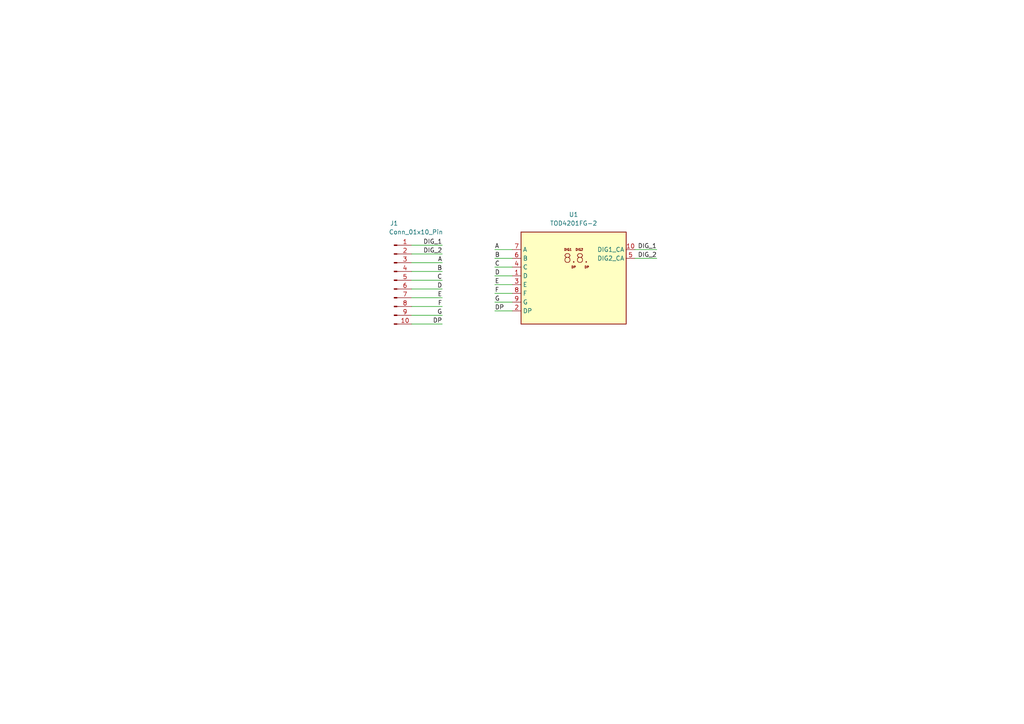
<source format=kicad_sch>
(kicad_sch (version 20230121) (generator eeschema)
  (paper "A4")
  (lib_symbols
    (symbol "Connector:Conn_01x10_Pin" (pin_names (offset 1.016) hide)
      (property "Reference" "J" (at 0 12.7 0))
      (property "Value" "Conn_01x10_Pin" (at 0 -15.24 0))
      (symbol "Conn_01x10_Pin_1_1"
        (polyline (pts (xy 1.27 -12.7) (xy 0.8636 -12.7)) (stroke (width 0.1524)))
        (polyline (pts (xy 1.27 -10.16) (xy 0.8636 -10.16)) (stroke (width 0.1524)))
        (polyline (pts (xy 1.27 -7.62) (xy 0.8636 -7.62)) (stroke (width 0.1524)))
        (polyline (pts (xy 1.27 -5.08) (xy 0.8636 -5.08)) (stroke (width 0.1524)))
        (polyline (pts (xy 1.27 -2.54) (xy 0.8636 -2.54)) (stroke (width 0.1524)))
        (polyline (pts (xy 1.27 0) (xy 0.8636 0)) (stroke (width 0.1524)))
        (polyline (pts (xy 1.27 2.54) (xy 0.8636 2.54)) (stroke (width 0.1524)))
        (polyline (pts (xy 1.27 5.08) (xy 0.8636 5.08)) (stroke (width 0.1524)))
        (polyline (pts (xy 1.27 7.62) (xy 0.8636 7.62)) (stroke (width 0.1524)))
        (polyline (pts (xy 1.27 10.16) (xy 0.8636 10.16)) (stroke (width 0.1524)))
        (rectangle (start 0.8636 -12.573) (end 0 -12.827) (stroke (width 0.1524)) (fill (type outline)))
        (rectangle (start 0.8636 -10.033) (end 0 -10.287) (stroke (width 0.1524)) (fill (type outline)))
        (rectangle (start 0.8636 -7.493) (end 0 -7.747) (stroke (width 0.1524)) (fill (type outline)))
        (rectangle (start 0.8636 -4.953) (end 0 -5.207) (stroke (width 0.1524)) (fill (type outline)))
        (rectangle (start 0.8636 -2.413) (end 0 -2.667) (stroke (width 0.1524)) (fill (type outline)))
        (rectangle (start 0.8636 0.127) (end 0 -0.127) (stroke (width 0.1524)) (fill (type outline)))
        (rectangle (start 0.8636 2.667) (end 0 2.413) (stroke (width 0.1524)) (fill (type outline)))
        (rectangle (start 0.8636 5.207) (end 0 4.953) (stroke (width 0.1524)) (fill (type outline)))
        (rectangle (start 0.8636 7.747) (end 0 7.493) (stroke (width 0.1524)) (fill (type outline)))
        (rectangle (start 0.8636 10.287) (end 0 10.033) (stroke (width 0.1524)) (fill (type outline)))
        (pin passive line (at 5.08 10.16 180) (length 3.81) (name "Pin_1") (number "1"))
        (pin passive line (at 5.08 -12.7 180) (length 3.81) (name "Pin_10") (number "10"))
        (pin passive line (at 5.08 7.62 180) (length 3.81) (name "Pin_2") (number "2"))
        (pin passive line (at 5.08 5.08 180) (length 3.81) (name "Pin_3") (number "3"))
        (pin passive line (at 5.08 2.54 180) (length 3.81) (name "Pin_4") (number "4"))
        (pin passive line (at 5.08 0 180) (length 3.81) (name "Pin_5") (number "5"))
        (pin passive line (at 5.08 -2.54 180) (length 3.81) (name "Pin_6") (number "6"))
        (pin passive line (at 5.08 -5.08 180) (length 3.81) (name "Pin_7") (number "7"))
        (pin passive line (at 5.08 -7.62 180) (length 3.81) (name "Pin_8") (number "8"))
        (pin passive line (at 5.08 -10.16 180) (length 3.81) (name "Pin_9") (number "9"))
      )
    )
    (symbol "HB-Custom-Parts:TOD4201FG-2"
      (property "Reference" "U" (at -13.97 13.97 0))
      (property "Value" "TOD4201FG-2" (at 15.24 13.97 0))
      (symbol "TOD4201FG-2_0_0"
        (text "8.8." (at 0.635 5.08 0) (effects (font (size 2.54 2.54))))
        (text "DIG1" (at -1.651 7.62 0) (effects (font (size 0.635 0.635))))
        (text "DIG2" (at 1.651 7.62 0) (effects (font (size 0.635 0.635))))
      )
      (symbol "TOD4201FG-2_0_1"
        (rectangle (start -15.24 12.7) (end 15.24 -13.97) (stroke (width 0.254)) (fill (type background)))
      )
      (symbol "TOD4201FG-2_1_0"
        (text "DP" (at 0 2.54 0) (effects (font (size 0.635 0.635))))
        (text "DP" (at 3.81 2.54 0) (effects (font (size 0.635 0.635))))
      )
      (symbol "TOD4201FG-2_1_1"
        (pin input line (at -17.78 0 0) (length 2.54) (name "D") (number "1"))
        (pin input line (at 17.78 7.62 180) (length 2.54) (name "DIG1_CA") (number "10"))
        (pin input line (at -17.78 -10.16 0) (length 2.54) (name "DP") (number "2"))
        (pin input line (at -17.78 -2.54 0) (length 2.54) (name "E") (number "3"))
        (pin input line (at -17.78 2.54 0) (length 2.54) (name "C") (number "4"))
        (pin input line (at 17.78 5.08 180) (length 2.54) (name "DIG2_CA") (number "5"))
        (pin input line (at -17.78 5.08 0) (length 2.54) (name "B") (number "6"))
        (pin input line (at -17.78 7.62 0) (length 2.54) (name "A") (number "7"))
        (pin input line (at -17.78 -5.08 0) (length 2.54) (name "F") (number "8"))
        (pin input line (at -17.78 -7.62 0) (length 2.54) (name "G") (number "9"))
      )
    )
  )
  (wire (pts (xy 143.51 80.01) (xy 148.59 80.01)))
  (wire (pts (xy 143.51 72.39) (xy 148.59 72.39)))
  (wire (pts (xy 119.38 78.74) (xy 128.27 78.74)))
  (wire (pts (xy 143.51 74.93) (xy 148.59 74.93)))
  (wire (pts (xy 119.38 86.36) (xy 128.27 86.36)))
  (wire (pts (xy 119.38 81.28) (xy 128.27 81.28)))
  (wire (pts (xy 184.15 74.93) (xy 190.5 74.93)))
  (wire (pts (xy 119.38 88.9) (xy 128.27 88.9)))
  (wire (pts (xy 119.38 73.66) (xy 128.27 73.66)))
  (wire (pts (xy 119.38 91.44) (xy 128.27 91.44)))
  (wire (pts (xy 143.51 90.17) (xy 148.59 90.17)))
  (wire (pts (xy 143.51 77.47) (xy 148.59 77.47)))
  (wire (pts (xy 119.38 76.2) (xy 128.27 76.2)))
  (wire (pts (xy 184.15 72.39) (xy 190.5 72.39)))
  (wire (pts (xy 143.51 85.09) (xy 148.59 85.09)))
  (wire (pts (xy 143.51 87.63) (xy 148.59 87.63)))
  (wire (pts (xy 143.51 82.55) (xy 148.59 82.55)))
  (wire (pts (xy 119.38 93.98) (xy 128.27 93.98)))
  (wire (pts (xy 119.38 71.12) (xy 128.27 71.12)))
  (wire (pts (xy 119.38 83.82) (xy 128.27 83.82)))
  (label "A" (at 143.51 72.39 0))
  (label "B" (at 143.51 74.93 0))
  (label "G" (at 143.51 87.63 0))
  (label "DIG_1" (at 190.5 72.39 180))
  (label "DP" (at 143.51 90.17 0))
  (label "G" (at 128.27 91.44 180))
  (label "DP" (at 128.27 93.98 180))
  (label "F" (at 128.27 88.9 180))
  (label "D" (at 128.27 83.82 180))
  (label "E" (at 128.27 86.36 180))
  (label "C" (at 128.27 81.28 180))
  (label "DIG_2" (at 128.27 73.66 180))
  (label "D" (at 143.51 80.01 0))
  (label "DIG_1" (at 128.27 71.12 180))
  (label "DIG_2" (at 190.5 74.93 180))
  (label "A" (at 128.27 76.2 180))
  (label "E" (at 143.51 82.55 0))
  (label "B" (at 128.27 78.74 180))
  (label "F" (at 143.51 85.09 0))
  (label "C" (at 143.51 77.47 0))
  (symbol (lib_id "HB-Custom-Parts:TOD4201FG-2") (at 166.37 80.01 0) (unit 1)
    (property "Reference" "U1" (at 166.37 62.23 0))
    (property "Value" "TOD4201FG-2" (at 166.37 64.77 0))
    (property "Footprint" "HB-Custom-Parts:TOD4201FG-2" (effects hide))
    (property "Datasheet" "https://www.es.co.th/Schemetic/PDF/TOD-4201FG-B_R.PDF" (effects hide))
  )
  (symbol (lib_id "Connector:Conn_01x10_Pin") (at 114.3 81.28 0) (unit 1)
    (property "Reference" "J1" (at 114.3 64.77 0))
    (property "Value" "Conn_01x10_Pin" (at 120.65 67.31 0))
    (property "Footprint" "Connector_PinHeader_2.54mm:PinHeader_1x10_P2.54mm_Vertical" (effects hide))
  )
)
</source>
